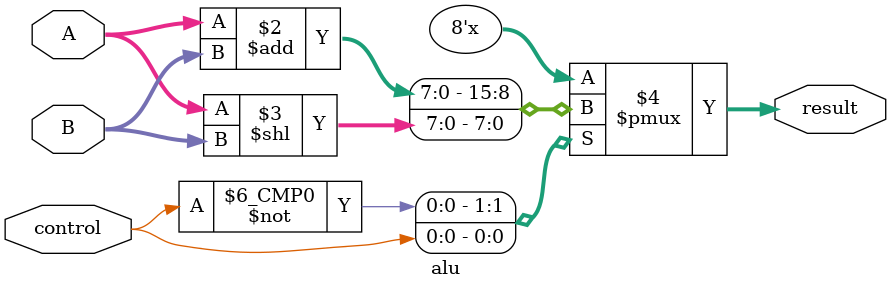
<source format=v>
`timescale 1ns / 1ps


module alu(
    input [7:0] A,
    input [7:0] B,
    input control,
    output reg [7:0] result
    );
    
    always@(A, B, control)
    begin
        case(control)
        1'b0:
            begin
            result = A + B;
            end
        1'b1:
            begin
            result = A << B;
            end
        endcase
    end
    
endmodule

</source>
